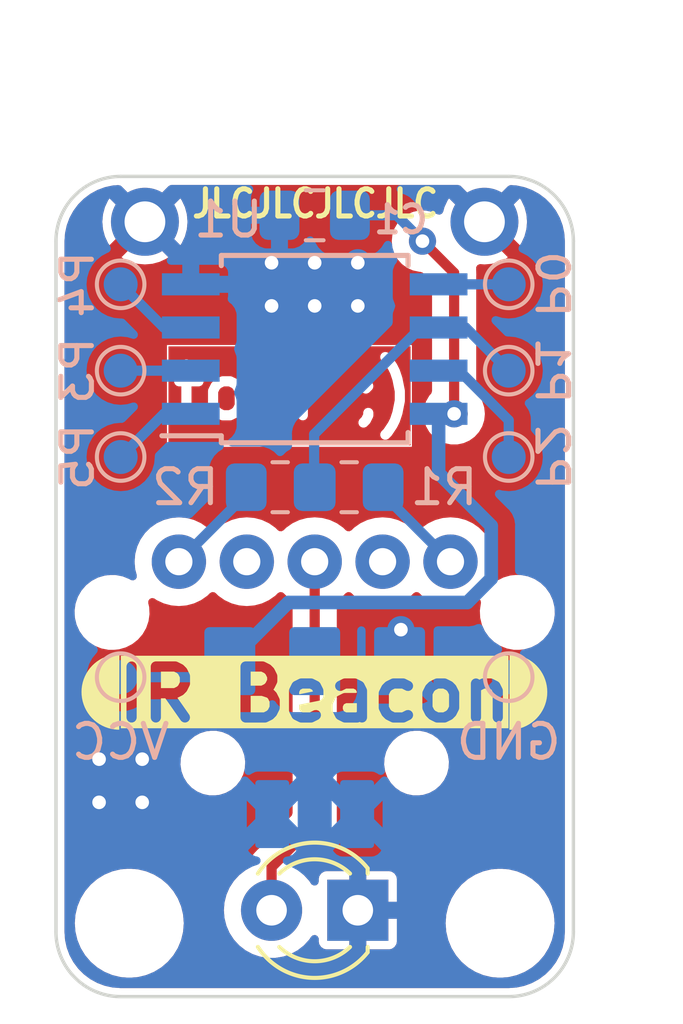
<source format=kicad_pcb>
(kicad_pcb (version 20221018) (generator pcbnew)
  (layers (0 "F.Cu" signal) (31 "B.Cu" signal) (34 "B.Paste" user) (35 "F.Paste" user) (36 "B.SilkS" user "B.Silkscreen") (37 "F.SilkS" user "F.Silkscreen") (38 "B.Mask" user) (39 "F.Mask" user) (44 "Edge.Cuts" user))
  (net 0 "")
  (net 1 "GND")
  (net 2 "Net-(D1-A)")
  (net 3 "VCC")
  (net 4 "Net-(U1-PB1)")
  (net 5 "Net-(R1-Pad2)")
  (net 6 "Net-(U1-PB2)")
  (net 7 "Net-(U1-XTAL1{slash}PB3)")
  (net 8 "Net-(U1-XTAL2{slash}PB4)")
  (net 9 "Net-(U1-~{RESET}{slash}PB5)")
  (net 10 "Net-(U1-AREF{slash}PB0)")
  (net 11 "Net-(R2-Pad2)")
  (footprint "MountingHole:MountingHole_2.7mm_M2.5" (layer "F.Cu") (at 135.001 81.661)
    (fp_text reference "REF**" hide)
    (fp_text value "MountingHole_2.7mm_M2.5" hide)
    (pad "" np_thru_hole circle (at 0 0) (size 2.7 2.7) (drill 2.7) (layers "*.Cu" "*.Mask"))
  )
  (footprint "" (layer "F.Cu") (at 123.571 72.517)
    (fp_text reference "" (at 0 0) (layer "F.SilkS") (effects (font (size 1.27 1.27))))
    (fp_text value "" (at 0 0) (layer "F.SilkS") (effects (font (size 1.27 1.27))))
    (pad "" np_thru_hole circle (at 0 0) (size 1.7 1.7) (drill 1.7) (layers "F&B.Cu" "*.Mask"))
  )
  (footprint "LED_THT:LED_D3.0mm_Clear" (layer "F.Cu") (at 130.81 81.28 180)
    (fp_text reference "D1" hide)
    (fp_text value "LED")
    (fp_line (start -0.29 -1.236) (end -0.29 -1.08) (stroke (width 0.12)) (layer "F.SilkS"))
    (fp_line (start -0.29 1.08) (end -0.29 1.236) (stroke (width 0.12)) (layer "F.SilkS"))
    (fp_arc (start -0.29 -1.235516) (mid 1.366487 -1.987659) (end 2.942335 -1.078608) (stroke (width 0.12)) (layer "F.SilkS"))
    (fp_arc (start 0.229039 -1.08) (mid 1.270117 -1.5) (end 2.31113 -1.079837) (stroke (width 0.12)) (layer "F.SilkS"))
    (fp_arc (start 2.31113 1.079837) (mid 1.270117 1.5) (end 0.229039 1.08) (stroke (width 0.12)) (layer "F.SilkS"))
    (fp_arc (start 2.942335 1.078608) (mid 1.366487 1.987659) (end -0.29 1.235516) (stroke (width 0.12)) (layer "F.SilkS"))
    (pad "1" thru_hole rect (at 0 0 180) (size 1.8 1.8) (drill 0.9) (layers "*.Cu" "*.Mask") (net 1 "GND"))
    (pad "2" thru_hole circle (at 2.54 0 180) (size 1.8 1.8) (drill 0.9) (layers "*.Cu" "*.Mask") (net 2 "Net-(D1-A)"))
  )
  (footprint "MountingHole:MountingHole_2.7mm_M2.5" (layer "F.Cu") (at 124.079 81.661)
    (fp_text reference "REF**" hide)
    (fp_text value "MountingHole_2.7mm_M2.5" hide)
    (pad "" np_thru_hole circle (at 0 0) (size 2.7 2.7) (drill 2.7) (layers "*.Cu" "*.Mask"))
  )
  (footprint "MountingHole:MountingHole_2.1mm" (layer "F.Cu") (at 135.509 72.517)
    (fp_text reference "REF**" hide)
    (fp_text value "MountingHole_2.1mm" hide)
    (pad "" np_thru_hole circle (at 0 0) (size 1.7 1.7) (drill 1.7) (layers "F&B.Cu" "*.Mask"))
  )
  (footprint "Potentiometer_THT:Potentiometer_Piher_PC-16_Single_Vertical" (layer "F.Cu") (at 129.54 71.025 90)
    (fp_text reference "RV1" hide)
    (fp_text value "R_Potentiometer")
    (pad "" thru_hole circle (at 0 -2 90) (size 1.6 1.6) (drill 0.8) (layers "*.Cu" "*.Mask"))
    (pad "" thru_hole circle (at 0 2 90) (size 1.6 1.6) (drill 0.8) (layers "*.Cu" "*.Mask"))
    (pad "1" thru_hole circle (at 0 4 90) (size 1.6 1.6) (drill 0.8) (layers "*.Cu" "*.Mask") (net 5 "Net-(R1-Pad2)"))
    (pad "2" thru_hole circle (at 0 0 90) (size 1.6 1.6) (drill 0.8) (layers "*.Cu" "*.Mask") (net 2 "Net-(D1-A)"))
    (pad "3" thru_hole circle (at 0 -4 90) (size 1.6 1.6) (drill 0.8) (layers "*.Cu" "*.Mask") (net 11 "Net-(R2-Pad2)"))
    (pad "GND" thru_hole circle (at 10 -5 90) (size 2 2) (drill 1.2) (layers "*.Cu" "*.Mask") (net 1 "GND"))
    (pad "GND" thru_hole circle (at 10 5 90) (size 2 2) (drill 1.2) (layers "*.Cu" "*.Mask") (net 1 "GND"))
  )
  (footprint "TestPoint:TestPoint_Pad_D1.0mm" (layer "B.Cu") (at 135.255 67.945 180)
    (fp_text reference "P2" (at -1.27 0 270 unlocked) (layer "B.SilkS") (effects (font (size 0.9 1)) (justify mirror)))
    (fp_text value "TestPoint")
    (fp_circle (center 0 0) (end 0 -0.7) (stroke (width 0.12)) (fill none) (layer "B.SilkS"))
    (pad "1" smd circle (at 0 0 180) (size 1 1) (layers "B.Cu" "B.Mask") (net 6 "Net-(U1-PB2)"))
  )
  (footprint "Resistor_SMD:R_0805_2012Metric_Pad1.20x1.40mm_HandSolder" (layer "B.Cu") (at 128.524 68.834 180)
    (fp_text reference "R2" (at 2.794 0) (layer "B.SilkS") (effects (justify mirror)))
    (fp_text value "47")
    (fp_line (start -0.227064 -0.735) (end 0.227064 -0.735) (stroke (width 0.12)) (layer "B.SilkS"))
    (fp_line (start -0.227064 0.735) (end 0.227064 0.735) (stroke (width 0.12)) (layer "B.SilkS"))
    (pad "1" smd roundrect (at -1 0 180) (size 1.2 1.4) (layers "B.Cu" "B.Paste" "B.Mask") (roundrect_rratio 0.2083333333) (net 4 "Net-(U1-PB1)"))
    (pad "2" smd roundrect (at 1 0 180) (size 1.2 1.4) (layers "B.Cu" "B.Paste" "B.Mask") (roundrect_rratio 0.2083333333) (net 11 "Net-(R2-Pad2)"))
  )
  (footprint "TestPoint:TestPoint_Pad_D1.0mm" (layer "B.Cu") (at 135.255 62.865 180)
    (fp_text reference "P0" (at -1.27 0 270 unlocked) (layer "B.SilkS") (effects (font (size 0.9 1)) (justify mirror)))
    (fp_text value "TestPoint")
    (fp_circle (center 0 0) (end 0 -0.7) (stroke (width 0.12)) (fill none) (layer "B.SilkS"))
    (pad "1" smd circle (at 0 0 180) (size 1 1) (layers "B.Cu" "B.Mask") (net 10 "Net-(U1-AREF{slash}PB0)"))
  )
  (footprint "Package_SO:SOIC-8W_5.3x5.3mm_P1.27mm" (layer "B.Cu") (at 129.54 64.77)
    (fp_text reference "U1" (at -2.54 -3.81) (layer "B.SilkS") (effects (justify mirror)))
    (fp_text value "ATtiny85-20S")
    (fp_line (start -2.75 -2.755) (end -2.75 -2.455) (stroke (width 0.15)) (layer "B.SilkS"))
    (fp_line (start -2.75 -2.755) (end 2.75 -2.755) (stroke (width 0.15)) (layer "B.SilkS"))
    (fp_line (start -2.75 2.55) (end -4.5 2.55) (stroke (width 0.15)) (layer "B.SilkS"))
    (fp_line (start -2.75 2.755) (end -2.75 2.55) (stroke (width 0.15)) (layer "B.SilkS"))
    (fp_line (start -2.75 2.755) (end 2.75 2.755) (stroke (width 0.15)) (layer "B.SilkS"))
    (fp_line (start 2.75 -2.755) (end 2.75 -2.455) (stroke (width 0.15)) (layer "B.SilkS"))
    (fp_line (start 2.75 2.755) (end 2.75 2.455) (stroke (width 0.15)) (layer "B.SilkS"))
    (pad "1" smd rect (at -3.65 1.905) (size 1.7 0.65) (layers "B.Cu" "B.Paste" "B.Mask") (net 9 "Net-(U1-~{RESET}{slash}PB5)"))
    (pad "2" smd rect (at -3.65 0.635) (size 1.7 0.65) (layers "B.Cu" "B.Paste" "B.Mask") (net 7 "Net-(U1-XTAL1{slash}PB3)"))
    (pad "3" smd rect (at -3.65 -0.635) (size 1.7 0.65) (layers "B.Cu" "B.Paste" "B.Mask") (net 8 "Net-(U1-XTAL2{slash}PB4)"))
    (pad "4" smd rect (at -3.65 -1.905) (size 1.7 0.65) (layers "B.Cu" "B.Paste" "B.Mask") (net 1 "GND"))
    (pad "5" smd rect (at 3.65 -1.905) (size 1.7 0.65) (layers "B.Cu" "B.Paste" "B.Mask") (net 10 "Net-(U1-AREF{slash}PB0)"))
    (pad "6" smd rect (at 3.65 -0.635) (size 1.7 0.65) (layers "B.Cu" "B.Paste" "B.Mask") (net 4 "Net-(U1-PB1)"))
    (pad "7" smd rect (at 3.65 0.635) (size 1.7 0.65) (layers "B.Cu" "B.Paste" "B.Mask") (net 6 "Net-(U1-PB2)"))
    (pad "8" smd rect (at 3.65 1.905) (size 1.7 0.65) (layers "B.Cu" "B.Paste" "B.Mask") (net 3 "VCC"))
  )
  (footprint "Capacitor_SMD:C_0805_2012Metric_Pad1.18x1.45mm_HandSolder" (layer "B.Cu") (at 129.54 60.833 180)
    (fp_text reference "C1" (at -2.54 -0.127) (layer "B.SilkS") (effects (font (size 0.8 0.8)) (justify mirror)))
    (fp_text value "1 uF")
    (fp_line (start -0.261252 -0.735) (end 0.261252 -0.735) (stroke (width 0.12)) (layer "B.SilkS"))
    (fp_line (start -0.261252 0.735) (end 0.261252 0.735) (stroke (width 0.12)) (layer "B.SilkS"))
    (pad "1" smd roundrect (at -1.0375 0 180) (size 1.175 1.45) (layers "B.Cu" "B.Paste" "B.Mask") (roundrect_rratio 0.2127659574) (net 3 "VCC"))
    (pad "2" smd roundrect (at 1.0375 0 180) (size 1.175 1.45) (layers "B.Cu" "B.Paste" "B.Mask") (roundrect_rratio 0.2127659574) (net 1 "GND"))
  )
  (footprint "Resistor_SMD:R_0805_2012Metric_Pad1.20x1.40mm_HandSolder" (layer "B.Cu") (at 130.556 68.834)
    (fp_text reference "R1" (at 2.794 0) (layer "B.SilkS") (effects (justify mirror)))
    (fp_text value "47")
    (fp_line (start -0.227064 -0.735) (end 0.227064 -0.735) (stroke (width 0.12)) (layer "B.SilkS"))
    (fp_line (start -0.227064 0.735) (end 0.227064 0.735) (stroke (width 0.12)) (layer "B.SilkS"))
    (pad "1" smd roundrect (at -1 0) (size 1.2 1.4) (layers "B.Cu" "B.Paste" "B.Mask") (roundrect_rratio 0.2083333333) (net 4 "Net-(U1-PB1)"))
    (pad "2" smd roundrect (at 1 0) (size 1.2 1.4) (layers "B.Cu" "B.Paste" "B.Mask") (roundrect_rratio 0.2083333333) (net 5 "Net-(R1-Pad2)"))
  )
  (footprint "TestPoint:TestPoint_Pad_D1.0mm" (layer "B.Cu") (at 123.825 62.865 180)
    (fp_text reference "P4" (at 1.27 0 90) (layer "B.SilkS") (effects (font (size 0.9 1)) (justify mirror)))
    (fp_text value "TestPoint")
    (fp_circle (center 0 0) (end 0 -0.7) (stroke (width 0.12)) (fill none) (layer "B.SilkS"))
    (pad "1" smd circle (at 0 0 180) (size 1 1) (layers "B.Cu" "B.Mask") (net 8 "Net-(U1-XTAL2{slash}PB4)"))
  )
  (footprint "TestPoint:TestPoint_Pad_D1.0mm" (layer "B.Cu") (at 123.825 74.422 180)
    (fp_text reference "VCC" (at 0 -1.905) (layer "B.SilkS") (effects (justify mirror)))
    (fp_text value "TestPoint")
    (fp_circle (center 0 0) (end 0 -0.7) (stroke (width 0.12)) (fill none) (layer "B.SilkS"))
    (pad "1" smd circle (at 0 0 180) (size 1 1) (layers "B.Cu" "B.Mask") (net 3 "VCC"))
  )
  (footprint "TestPoint:TestPoint_Pad_D1.0mm" (layer "B.Cu") (at 135.255 74.422 180)
    (fp_text reference "GND" (at 0 -1.905) (layer "B.SilkS") (effects (justify mirror)))
    (fp_text value "TestPoint")
    (fp_circle (center 0 0) (end 0 -0.7) (stroke (width 0.12)) (fill none) (layer "B.SilkS"))
    (pad "1" smd circle (at 0 0 180) (size 1 1) (layers "B.Cu" "B.Mask") (net 1 "GND"))
  )
  (footprint "TestPoint:TestPoint_Pad_D1.0mm" (layer "B.Cu") (at 123.825 67.945 180)
    (fp_text reference "P5" (at 1.27 0 90) (layer "B.SilkS") (effects (font (size 0.9 1)) (justify mirror)))
    (fp_text value "TestPoint")
    (fp_circle (center 0 0) (end 0 -0.7) (stroke (width 0.12)) (fill none) (layer "B.SilkS"))
    (pad "1" smd circle (at 0 0 180) (size 1 1) (layers "B.Cu" "B.Mask") (net 9 "Net-(U1-~{RESET}{slash}PB5)"))
  )
  (footprint "batteryConnector:3Pin 2.5MM Spring Contact" (layer "B.Cu") (at 129.54 73.95 90)
    (fp_text reference "BT1" hide)
    (fp_text value "Battery")
    (pad "" np_thru_hole circle (at -3 -3 90) (size 1.4 1.4) (drill 1.4) (layers "F&B.Cu" "*.Mask"))
    (pad "" np_thru_hole circle (at -3 3 90) (size 1.4 1.4) (drill 1.4) (layers "F&B.Cu" "*.Mask"))
    (pad "1" smd roundrect (at 0 -2.5 90) (size 2 1.5) (layers "B.Cu" "B.Paste" "B.Mask") (roundrect_rratio 0.1) (net 3 "VCC"))
    (pad "2" smd roundrect (at 0 2.5 90) (size 2 1.5) (layers "B.Cu" "B.Paste" "B.Mask") (roundrect_rratio 0.1) (net 1 "GND"))
    (pad "3" smd roundrect (at 0 0 90) (size 2 1.5) (layers "B.Cu" "B.Paste" "B.Mask") (roundrect_rratio 0.1))
    (pad "4" smd roundrect (at -4.5 -1.25 90) (size 2 1) (layers "B.Cu" "B.Paste" "B.Mask") (roundrect_rratio 0.1) (net 1 "GND"))
    (pad "4" smd roundrect (at -4.5 1.25 90) (size 2 1) (layers "B.Cu" "B.Paste" "B.Mask") (roundrect_rratio 0.1) (net 1 "GND"))
  )
  (footprint "TestPoint:TestPoint_Pad_D1.0mm" (layer "B.Cu") (at 123.825 65.405 180)
    (fp_text reference "P3" (at 1.27 0 90) (layer "B.SilkS") (effects (font (size 0.9 1)) (justify mirror)))
    (fp_text value "TestPoint")
    (fp_circle (center 0 0) (end 0 -0.7) (stroke (width 0.12)) (fill none) (layer "B.SilkS"))
    (pad "1" smd circle (at 0 0 180) (size 1 1) (layers "B.Cu" "B.Mask") (net 7 "Net-(U1-XTAL1{slash}PB3)"))
  )
  (footprint "TestPoint:TestPoint_Pad_D1.0mm" (layer "B.Cu") (at 135.255 65.405 180)
    (fp_text reference "P1" (at -1.27 0 270 unlocked) (layer "B.SilkS") (effects (font (size 0.9 1)) (justify mirror)))
    (fp_text value "TestPoint")
    (fp_circle (center 0 0) (end 0 -0.7) (stroke (width 0.12)) (fill none) (layer "B.SilkS"))
    (pad "1" smd circle (at 0 0 180) (size 1 1) (layers "B.Cu" "B.Mask") (net 4 "Net-(U1-PB1)"))
  )
  (gr_poly (pts (arc (start 135.274664 75.969985) (mid 136.389995 74.862668) (end 135.28 73.750002))) (stroke (width 0.001)) (fill solid) (layer "F.SilkS"))
  (gr_poly (pts (arc (start 123.788363 73.747378) (mid 122.673032 74.854695) (end 123.783027 75.967361))) (stroke (width 0.001)) (fill solid) (layer "F.SilkS"))
  (gr_arc (start 135.255 59.69) (mid 136.602038 60.247962) (end 137.16 61.595) (stroke (width 0.1)) (layer "Edge.Cuts"))
  (gr_arc (start 123.825 83.82) (mid 122.477962 83.262038) (end 121.92 81.915) (stroke (width 0.1)) (layer "Edge.Cuts"))
  (gr_line (start 135.255 59.69) (end 123.825 59.69) (stroke (width 0.1)) (layer "Edge.Cuts"))
  (gr_line (start 135.255 83.82) (end 123.825 83.82) (stroke (width 0.1)) (layer "Edge.Cuts"))
  (gr_arc (start 137.16 81.915) (mid 136.602038 83.262038) (end 135.255 83.82) (stroke (width 0.1)) (layer "Edge.Cuts"))
  (gr_arc (start 121.92 61.595) (mid 122.477962 60.247962) (end 123.825 59.69) (stroke (width 0.1)) (layer "Edge.Cuts"))
  (gr_line (start 121.92 81.915) (end 121.92 61.595) (stroke (width 0.1)) (layer "Edge.Cuts"))
  (gr_line (start 137.16 61.595) (end 137.16 81.915) (stroke (width 0.1)) (layer "Edge.Cuts"))
  (gr_text "toki ;)" (at 128.905 66.04) (layer "F.Cu" knockout) (effects (font (size 1.5 1.5) (thickness 0.3) bold)))
  (gr_text "JLCJLCJLCJLC" (at 125.857 60.96) (layer "F.SilkS") (effects (font (size 0.8 0.7)) (justify left bottom)))
  (gr_text "IR Beacon" (at 129.54 74.93) (layer "F.SilkS" knockout) (effects (font (size 1.5 1.5) (thickness 0.3) bold)))
  (via (at 123.19 76.835) (size 0.8) (drill 0.4) (layers "F.Cu" "B.Cu") (net 1))
  (via (at 130.81 62.23) (size 0.8) (drill 0.4) (layers "F.Cu" "B.Cu") (net 1))
  (via (at 124.46 78.105) (size 0.8) (drill 0.4) (layers "F.Cu" "B.Cu") (net 1))
  (via (at 123.19 78.105) (size 0.8) (drill 0.4) (layers "F.Cu" "B.Cu") (net 1))
  (via (at 124.46 76.835) (size 0.8) (drill 0.4) (layers "F.Cu" "B.Cu") (net 1))
  (via (at 129.54 63.5) (size 0.8) (drill 0.4) (layers "F.Cu" "B.Cu") (net 1))
  (via (at 130.81 63.5) (size 0.8) (drill 0.4) (layers "F.Cu" "B.Cu") (net 1))
  (via (at 129.54 62.23) (size 0.8) (drill 0.4) (layers "F.Cu" "B.Cu") (net 1))
  (via (at 132.08 73.0245) (size 0.8) (drill 0.4) (layers "F.Cu" "B.Cu") (net 1))
  (via (at 128.27 63.5) (size 0.8) (drill 0.4) (layers "F.Cu" "B.Cu") (net 1))
  (via (at 128.27 62.23) (size 0.8) (drill 0.4) (layers "F.Cu" "B.Cu") (net 1))
  (segment (start 129.54 71.025) (end 129.54 78.74) (width 0.3) (layer "F.Cu") (net 2))
  (segment (start 129.54 78.74) (end 128.27 80.01) (width 0.3) (layer "F.Cu") (net 2))
  (segment (start 128.27 80.01) (end 128.27 81.28) (width 0.3) (layer "F.Cu") (net 2))
  (segment (start 133.647604 62.527604) (end 133.647604 66.675) (width 0.3) (layer "F.Cu") (net 3))
  (segment (start 132.715 61.595) (end 133.647604 62.527604) (width 0.3) (layer "F.Cu") (net 3))
  (via (at 133.647604 66.675) (size 0.8) (drill 0.4) (layers "F.Cu" "B.Cu") (net 3))
  (via (at 132.715 61.595) (size 0.8) (drill 0.4) (layers "F.Cu" "B.Cu") (net 3))
  (segment (start 133.19 68.42) (end 133.19 66.675) (width 0.4) (layer "B.Cu") (net 3))
  (segment (start 126.568 74.422) (end 123.825 74.422) (width 0.3) (layer "B.Cu") (net 3))
  (segment (start 134.74 69.97) (end 133.19 68.42) (width 0.4) (layer "B.Cu") (net 3))
  (segment (start 134.037057 72.225) (end 134.74 71.522057) (width 0.4) (layer "B.Cu") (net 3))
  (segment (start 127.04 73.95) (end 128.765 72.225) (width 0.4) (layer "B.Cu") (net 3))
  (segment (start 134.74 71.522057) (end 134.74 69.97) (width 0.4) (layer "B.Cu") (net 3))
  (segment (start 128.765 72.225) (end 134.037057 72.225) (width 0.4) (layer "B.Cu") (net 3))
  (segment (start 130.5775 60.833) (end 131.953 60.833) (width 0.3) (layer "B.Cu") (net 3))
  (segment (start 127.04 73.95) (end 126.568 74.422) (width 0.3) (layer "B.Cu") (net 3))
  (segment (start 126.75 73.66) (end 127.04 73.95) (width 0.3) (layer "B.Cu") (net 3))
  (segment (start 131.953 60.833) (end 132.715 61.595) (width 0.3) (layer "B.Cu") (net 3))
  (segment (start 129.524 67.276) (end 132.665 64.135) (width 0.3) (layer "B.Cu") (net 4))
  (segment (start 133.985 64.135) (end 135.255 65.405) (width 0.3) (layer "B.Cu") (net 4))
  (segment (start 132.665 64.135) (end 133.19 64.135) (width 0.3) (layer "B.Cu") (net 4))
  (segment (start 129.524 68.834) (end 129.524 67.276) (width 0.3) (layer "B.Cu") (net 4))
  (segment (start 133.19 64.135) (end 133.985 64.135) (width 0.3) (layer "B.Cu") (net 4))
  (segment (start 131.556 69.041) (end 133.54 71.025) (width 0.3) (layer "B.Cu") (net 5))
  (segment (start 131.556 68.834) (end 131.556 69.041) (width 0.3) (layer "B.Cu") (net 5))
  (segment (start 135.255 66.865) (end 135.255 67.945) (width 0.3) (layer "B.Cu") (net 6))
  (segment (start 133.795 65.405) (end 135.255 66.865) (width 0.3) (layer "B.Cu") (net 6))
  (segment (start 133.19 65.405) (end 133.795 65.405) (width 0.3) (layer "B.Cu") (net 6))
  (segment (start 125.89 65.405) (end 123.825 65.405) (width 0.3) (layer "B.Cu") (net 7))
  (segment (start 125.095 64.135) (end 123.825 62.865) (width 0.3) (layer "B.Cu") (net 8))
  (segment (start 125.89 64.135) (end 125.095 64.135) (width 0.3) (layer "B.Cu") (net 8))
  (segment (start 125.095 66.675) (end 123.825 67.945) (width 0.3) (layer "B.Cu") (net 9))
  (segment (start 125.89 66.675) (end 125.095 66.675) (width 0.3) (layer "B.Cu") (net 9))
  (segment (start 133.19 62.865) (end 135.255 62.865) (width 0.3) (layer "B.Cu") (net 10))
  (segment (start 127.524 69.041) (end 127.524 68.834) (width 0.3) (layer "B.Cu") (net 11))
  (segment (start 125.54 71.025) (end 127.524 69.041) (width 0.3) (layer "B.Cu") (net 11))
  (zone (net 1) (net_name "GND") (layers "F&B.Cu") (connect_pads (clearance 0.5)) (min_thickness 0.25) (fill yes (thermal_gap 0.25) (thermal_bridge_width 0.5))
    (polygon (pts (xy 121.92 59.69) (xy 121.92 83.82) (xy 137.16 83.82) (xy 137.16 59.69)))
  )
)
</source>
